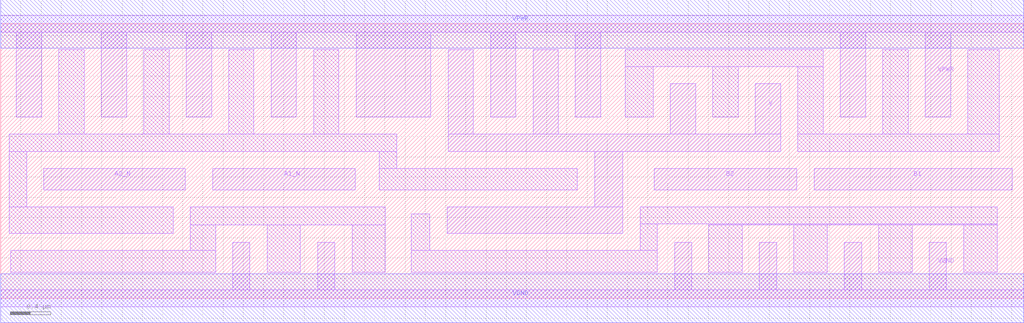
<source format=lef>
# Copyright 2020 The SkyWater PDK Authors
#
# Licensed under the Apache License, Version 2.0 (the "License");
# you may not use this file except in compliance with the License.
# You may obtain a copy of the License at
#
#     https://www.apache.org/licenses/LICENSE-2.0
#
# Unless required by applicable law or agreed to in writing, software
# distributed under the License is distributed on an "AS IS" BASIS,
# WITHOUT WARRANTIES OR CONDITIONS OF ANY KIND, either express or implied.
# See the License for the specific language governing permissions and
# limitations under the License.
#
# SPDX-License-Identifier: Apache-2.0

VERSION 5.5 ;
NAMESCASESENSITIVE ON ;
BUSBITCHARS "[]" ;
DIVIDERCHAR "/" ;
MACRO sky130_fd_sc_hd__o2bb2ai_4
  CLASS CORE ;
  SOURCE USER ;
  ORIGIN  0.000000  0.000000 ;
  SIZE  10.12000 BY  2.720000 ;
  SYMMETRY X Y R90 ;
  SITE unithd ;
  PIN A1_N
    ANTENNAGATEAREA  0.990000 ;
    DIRECTION INPUT ;
    USE SIGNAL ;
    PORT
      LAYER li1 ;
        RECT 2.095000 1.075000 3.505000 1.285000 ;
    END
  END A1_N
  PIN A2_N
    ANTENNAGATEAREA  0.990000 ;
    DIRECTION INPUT ;
    USE SIGNAL ;
    PORT
      LAYER li1 ;
        RECT 0.425000 1.075000 1.825000 1.285000 ;
    END
  END A2_N
  PIN B1
    ANTENNAGATEAREA  0.990000 ;
    DIRECTION INPUT ;
    USE SIGNAL ;
    PORT
      LAYER li1 ;
        RECT 8.045000 1.075000 10.005000 1.285000 ;
    END
  END B1
  PIN B2
    ANTENNAGATEAREA  0.990000 ;
    DIRECTION INPUT ;
    USE SIGNAL ;
    PORT
      LAYER li1 ;
        RECT 6.465000 1.075000 7.875000 1.285000 ;
    END
  END B2
  PIN Y
    ANTENNADIFFAREA  1.431000 ;
    DIRECTION OUTPUT ;
    USE SIGNAL ;
    PORT
      LAYER li1 ;
        RECT 4.415000 0.645000 6.155000 0.905000 ;
        RECT 4.425000 1.455000 7.715000 1.625000 ;
        RECT 4.425000 1.625000 4.675000 2.465000 ;
        RECT 5.265000 1.625000 5.515000 2.465000 ;
        RECT 5.875000 0.905000 6.155000 1.455000 ;
        RECT 6.625000 1.625000 6.875000 2.125000 ;
        RECT 7.465000 1.625000 7.715000 2.125000 ;
    END
  END Y
  PIN VGND
    DIRECTION INOUT ;
    SHAPE ABUTMENT ;
    USE GROUND ;
    PORT
      LAYER li1 ;
        RECT 0.000000 -0.085000 10.120000 0.085000 ;
        RECT 2.295000  0.085000  2.465000 0.555000 ;
        RECT 3.135000  0.085000  3.305000 0.555000 ;
        RECT 6.665000  0.085000  6.835000 0.555000 ;
        RECT 7.505000  0.085000  7.675000 0.555000 ;
        RECT 8.345000  0.085000  8.515000 0.555000 ;
        RECT 9.185000  0.085000  9.355000 0.555000 ;
    END
    PORT
      LAYER met1 ;
        RECT 0.000000 -0.240000 10.120000 0.240000 ;
    END
  END VGND
  PIN VPWR
    DIRECTION INOUT ;
    SHAPE ABUTMENT ;
    USE POWER ;
    PORT
      LAYER li1 ;
        RECT 0.000000 2.635000 10.120000 2.805000 ;
        RECT 0.155000 1.795000  0.405000 2.635000 ;
        RECT 0.995000 1.795000  1.245000 2.635000 ;
        RECT 1.835000 1.795000  2.085000 2.635000 ;
        RECT 2.675000 1.795000  2.925000 2.635000 ;
        RECT 3.515000 1.795000  4.255000 2.635000 ;
        RECT 4.845000 1.795000  5.095000 2.635000 ;
        RECT 5.685000 1.795000  5.935000 2.635000 ;
        RECT 8.305000 1.795000  8.555000 2.635000 ;
        RECT 9.145000 1.795000  9.395000 2.635000 ;
    END
    PORT
      LAYER met1 ;
        RECT 0.000000 2.480000 10.120000 2.960000 ;
    END
  END VPWR
  OBS
    LAYER li1 ;
      RECT 0.085000 0.645000 1.705000 0.905000 ;
      RECT 0.085000 0.905000 0.255000 1.455000 ;
      RECT 0.085000 1.455000 3.915000 1.625000 ;
      RECT 0.100000 0.255000 2.125000 0.475000 ;
      RECT 0.575000 1.625000 0.825000 2.465000 ;
      RECT 1.415000 1.625000 1.665000 2.465000 ;
      RECT 1.875000 0.475000 2.125000 0.725000 ;
      RECT 1.875000 0.725000 3.805000 0.905000 ;
      RECT 2.255000 1.625000 2.505000 2.465000 ;
      RECT 2.635000 0.255000 2.965000 0.725000 ;
      RECT 3.095000 1.625000 3.345000 2.465000 ;
      RECT 3.475000 0.255000 3.805000 0.725000 ;
      RECT 3.745000 1.075000 5.705000 1.285000 ;
      RECT 3.745000 1.285000 3.915000 1.455000 ;
      RECT 4.060000 0.255000 6.495000 0.475000 ;
      RECT 4.060000 0.475000 4.245000 0.835000 ;
      RECT 6.175000 1.795000 6.455000 2.295000 ;
      RECT 6.175000 2.295000 8.135000 2.465000 ;
      RECT 6.325000 0.475000 6.495000 0.735000 ;
      RECT 6.325000 0.735000 9.855000 0.905000 ;
      RECT 7.005000 0.255000 7.335000 0.725000 ;
      RECT 7.005000 0.725000 9.855000 0.735000 ;
      RECT 7.045000 1.795000 7.295000 2.295000 ;
      RECT 7.845000 0.255000 8.175000 0.725000 ;
      RECT 7.885000 1.455000 9.875000 1.625000 ;
      RECT 7.885000 1.625000 8.135000 2.295000 ;
      RECT 8.685000 0.255000 9.015000 0.725000 ;
      RECT 8.725000 1.625000 8.975000 2.465000 ;
      RECT 9.525000 0.255000 9.855000 0.725000 ;
      RECT 9.565000 1.625000 9.875000 2.465000 ;
  END
END sky130_fd_sc_hd__o2bb2ai_4

</source>
